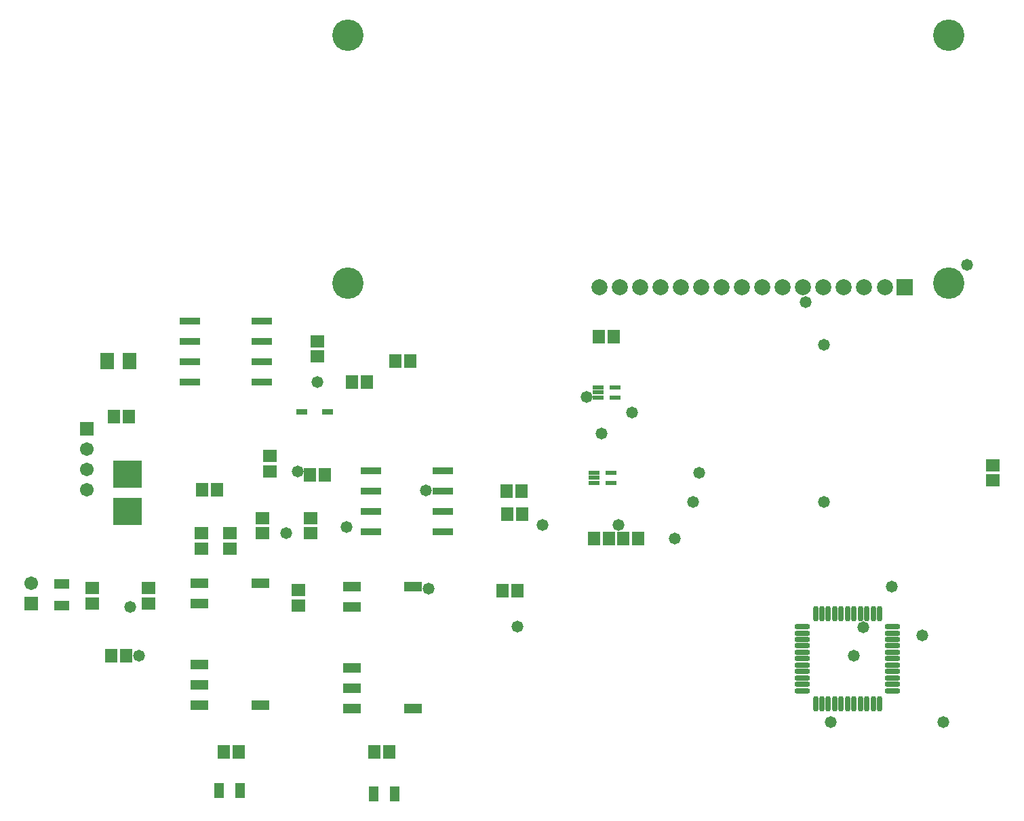
<source format=gts>
G04 Layer_Color=8388736*
%FSLAX25Y25*%
%MOIN*%
G70*
G01*
G75*
%ADD15R,0.05300X0.02800*%
%ADD35R,0.05918X0.06706*%
%ADD36R,0.07099X0.07887*%
%ADD37R,0.10450X0.03200*%
%ADD38R,0.05400X0.02200*%
%ADD39R,0.06706X0.05918*%
%ADD40R,0.14186X0.13595*%
%ADD41R,0.05131X0.07493*%
%ADD42R,0.07493X0.05131*%
%ADD43R,0.08500X0.04600*%
%ADD44O,0.02965X0.07690*%
%ADD45O,0.07690X0.02965*%
%ADD46R,0.07887X0.07887*%
%ADD47C,0.07887*%
%ADD48C,0.15430*%
%ADD49R,0.06706X0.06706*%
%ADD50C,0.06706*%
%ADD51C,0.05800*%
D15*
X244150Y291500D02*
D03*
X256850D02*
D03*
D35*
X276240Y306000D02*
D03*
X268760D02*
D03*
X297740Y316500D02*
D03*
X290260D02*
D03*
X159240Y289000D02*
D03*
X151760D02*
D03*
X397740Y328500D02*
D03*
X390260D02*
D03*
X350240Y203500D02*
D03*
X342760D02*
D03*
X255740Y260500D02*
D03*
X248260D02*
D03*
X395240Y229000D02*
D03*
X387760D02*
D03*
X202740Y253000D02*
D03*
X195260D02*
D03*
X352240Y252500D02*
D03*
X344760D02*
D03*
X409740Y229000D02*
D03*
X402260D02*
D03*
X352740Y241000D02*
D03*
X345260D02*
D03*
X158000Y171500D02*
D03*
X150520D02*
D03*
X287260Y124000D02*
D03*
X279780D02*
D03*
X213260D02*
D03*
X205780D02*
D03*
D36*
X148488Y316500D02*
D03*
X159512D02*
D03*
D37*
X189375Y336000D02*
D03*
Y326000D02*
D03*
Y316000D02*
D03*
Y306000D02*
D03*
X224625D02*
D03*
Y316000D02*
D03*
Y326000D02*
D03*
Y336000D02*
D03*
X278375Y262346D02*
D03*
Y252346D02*
D03*
Y242346D02*
D03*
Y232346D02*
D03*
X313625D02*
D03*
Y242346D02*
D03*
Y252346D02*
D03*
Y262346D02*
D03*
D38*
X389900Y303559D02*
D03*
Y301000D02*
D03*
Y298441D02*
D03*
X398100D02*
D03*
Y303559D02*
D03*
X387900Y261559D02*
D03*
Y259000D02*
D03*
Y256441D02*
D03*
X396100D02*
D03*
Y261559D02*
D03*
D39*
X252000Y318760D02*
D03*
Y326240D02*
D03*
X584000Y265240D02*
D03*
Y257760D02*
D03*
X228500Y262260D02*
D03*
Y269740D02*
D03*
X225000Y239240D02*
D03*
Y231760D02*
D03*
X195000Y231740D02*
D03*
Y224260D02*
D03*
X248500Y239240D02*
D03*
Y231760D02*
D03*
X209000Y231740D02*
D03*
Y224260D02*
D03*
X168760Y204740D02*
D03*
Y197260D02*
D03*
X242500Y203740D02*
D03*
Y196260D02*
D03*
X141260Y204740D02*
D03*
Y197260D02*
D03*
D40*
X158500Y260654D02*
D03*
Y242346D02*
D03*
D41*
X214075Y105000D02*
D03*
X203445D02*
D03*
X290075Y103500D02*
D03*
X279445D02*
D03*
D42*
X126260Y206815D02*
D03*
Y196185D02*
D03*
D43*
X269020Y205500D02*
D03*
Y195500D02*
D03*
Y165500D02*
D03*
Y155500D02*
D03*
Y145500D02*
D03*
X299020D02*
D03*
Y205500D02*
D03*
X194020Y207000D02*
D03*
Y197000D02*
D03*
Y167000D02*
D03*
Y157000D02*
D03*
Y147000D02*
D03*
X224020D02*
D03*
Y207000D02*
D03*
D44*
X496752Y147756D02*
D03*
X499902D02*
D03*
X503051D02*
D03*
X506201D02*
D03*
X509350D02*
D03*
X512500D02*
D03*
X515650D02*
D03*
X518799D02*
D03*
X521949D02*
D03*
X525098D02*
D03*
X528248D02*
D03*
Y192244D02*
D03*
X525098D02*
D03*
X521949D02*
D03*
X518799D02*
D03*
X515650D02*
D03*
X512500D02*
D03*
X509350D02*
D03*
X506201D02*
D03*
X503051D02*
D03*
X499902D02*
D03*
X496752D02*
D03*
D45*
X534744Y154252D02*
D03*
Y157402D02*
D03*
Y160551D02*
D03*
Y163701D02*
D03*
Y166850D02*
D03*
Y170000D02*
D03*
Y173150D02*
D03*
Y176299D02*
D03*
Y179449D02*
D03*
Y182598D02*
D03*
Y185748D02*
D03*
X490256D02*
D03*
Y182598D02*
D03*
Y179449D02*
D03*
Y176299D02*
D03*
Y173150D02*
D03*
Y170000D02*
D03*
Y166850D02*
D03*
Y163701D02*
D03*
Y160551D02*
D03*
Y157402D02*
D03*
Y154252D02*
D03*
D46*
X540650Y352827D02*
D03*
D47*
X531004D02*
D03*
X520650D02*
D03*
X510650D02*
D03*
X500650D02*
D03*
X490650D02*
D03*
X480650D02*
D03*
X470650D02*
D03*
X460650D02*
D03*
X450650D02*
D03*
X440650D02*
D03*
X430650D02*
D03*
X420650D02*
D03*
X410650D02*
D03*
X400650D02*
D03*
X390650D02*
D03*
D48*
X562303Y354795D02*
D03*
Y476843D02*
D03*
X267028Y354795D02*
D03*
Y476843D02*
D03*
D49*
X111260Y197000D02*
D03*
X138500Y283000D02*
D03*
D50*
X111260Y207000D02*
D03*
X138500Y253000D02*
D03*
Y263000D02*
D03*
Y273000D02*
D03*
D51*
X159900Y195500D02*
D03*
X164100Y171500D02*
D03*
X350240Y185800D02*
D03*
X549400Y181300D02*
D03*
X384100Y298900D02*
D03*
X391700Y280900D02*
D03*
X534100Y205300D02*
D03*
X571100Y363700D02*
D03*
X500900Y247000D02*
D03*
X436600D02*
D03*
X252000Y306000D02*
D03*
X400000Y235800D02*
D03*
X362500D02*
D03*
X305200Y252800D02*
D03*
X500900Y324500D02*
D03*
X236700Y231760D02*
D03*
X266400Y234800D02*
D03*
X492000Y345600D02*
D03*
X504200Y138700D02*
D03*
X559700D02*
D03*
X520200Y185300D02*
D03*
X427700Y229000D02*
D03*
X406650Y291250D02*
D03*
X515650Y171500D02*
D03*
X439736Y261559D02*
D03*
X242140Y262260D02*
D03*
X306643Y204343D02*
D03*
M02*

</source>
